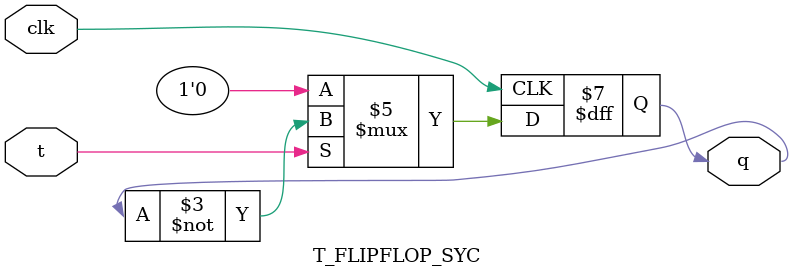
<source format=v>
`timescale 1ns / 1ps


module T_FLIPFLOP_SYC(input clk, input t,output reg q);

always@(posedge clk)begin
if(t==0)
q<=1'b0;
else  
q<=~q;
end
endmodule

</source>
